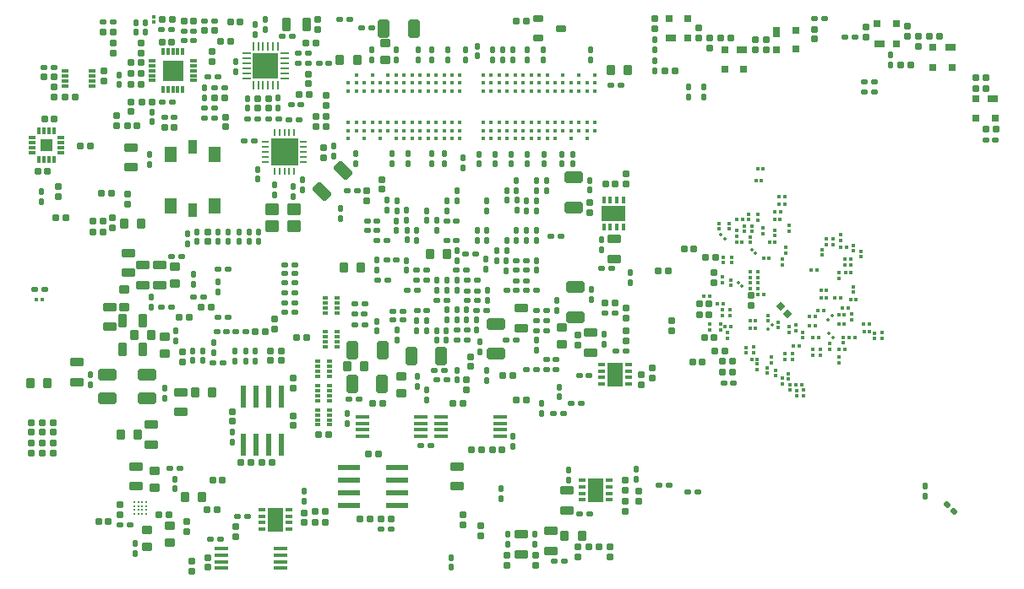
<source format=gbp>
G04 Layer_Color=128*
%FSLAX44Y44*%
%MOMM*%
G71*
G01*
G75*
G04:AMPARAMS|DCode=24|XSize=0.6mm|YSize=0.6mm|CornerRadius=0.06mm|HoleSize=0mm|Usage=FLASHONLY|Rotation=180.000|XOffset=0mm|YOffset=0mm|HoleType=Round|Shape=RoundedRectangle|*
%AMROUNDEDRECTD24*
21,1,0.6000,0.4800,0,0,180.0*
21,1,0.4800,0.6000,0,0,180.0*
1,1,0.1200,-0.2400,0.2400*
1,1,0.1200,0.2400,0.2400*
1,1,0.1200,0.2400,-0.2400*
1,1,0.1200,-0.2400,-0.2400*
%
%ADD24ROUNDEDRECTD24*%
G04:AMPARAMS|DCode=25|XSize=0.6mm|YSize=0.6mm|CornerRadius=0.06mm|HoleSize=0mm|Usage=FLASHONLY|Rotation=90.000|XOffset=0mm|YOffset=0mm|HoleType=Round|Shape=RoundedRectangle|*
%AMROUNDEDRECTD25*
21,1,0.6000,0.4800,0,0,90.0*
21,1,0.4800,0.6000,0,0,90.0*
1,1,0.1200,0.2400,0.2400*
1,1,0.1200,0.2400,-0.2400*
1,1,0.1200,-0.2400,-0.2400*
1,1,0.1200,-0.2400,0.2400*
%
%ADD25ROUNDEDRECTD25*%
G04:AMPARAMS|DCode=26|XSize=0.5mm|YSize=0.6mm|CornerRadius=0.05mm|HoleSize=0mm|Usage=FLASHONLY|Rotation=0.000|XOffset=0mm|YOffset=0mm|HoleType=Round|Shape=RoundedRectangle|*
%AMROUNDEDRECTD26*
21,1,0.5000,0.5000,0,0,0.0*
21,1,0.4000,0.6000,0,0,0.0*
1,1,0.1000,0.2000,-0.2500*
1,1,0.1000,-0.2000,-0.2500*
1,1,0.1000,-0.2000,0.2500*
1,1,0.1000,0.2000,0.2500*
%
%ADD26ROUNDEDRECTD26*%
%ADD27R,2.3500X1.6000*%
%ADD28R,0.3000X0.7000*%
G04:AMPARAMS|DCode=29|XSize=0.5mm|YSize=0.6mm|CornerRadius=0.05mm|HoleSize=0mm|Usage=FLASHONLY|Rotation=90.000|XOffset=0mm|YOffset=0mm|HoleType=Round|Shape=RoundedRectangle|*
%AMROUNDEDRECTD29*
21,1,0.5000,0.5000,0,0,90.0*
21,1,0.4000,0.6000,0,0,90.0*
1,1,0.1000,0.2500,0.2000*
1,1,0.1000,0.2500,-0.2000*
1,1,0.1000,-0.2500,-0.2000*
1,1,0.1000,-0.2500,0.2000*
%
%ADD29ROUNDEDRECTD29*%
G04:AMPARAMS|DCode=30|XSize=1mm|YSize=0.9mm|CornerRadius=0.1125mm|HoleSize=0mm|Usage=FLASHONLY|Rotation=0.000|XOffset=0mm|YOffset=0mm|HoleType=Round|Shape=RoundedRectangle|*
%AMROUNDEDRECTD30*
21,1,1.0000,0.6750,0,0,0.0*
21,1,0.7750,0.9000,0,0,0.0*
1,1,0.2250,0.3875,-0.3375*
1,1,0.2250,-0.3875,-0.3375*
1,1,0.2250,-0.3875,0.3375*
1,1,0.2250,0.3875,0.3375*
%
%ADD30ROUNDEDRECTD30*%
G04:AMPARAMS|DCode=31|XSize=1.3mm|YSize=0.8mm|CornerRadius=0.1mm|HoleSize=0mm|Usage=FLASHONLY|Rotation=0.000|XOffset=0mm|YOffset=0mm|HoleType=Round|Shape=RoundedRectangle|*
%AMROUNDEDRECTD31*
21,1,1.3000,0.6000,0,0,0.0*
21,1,1.1000,0.8000,0,0,0.0*
1,1,0.2000,0.5500,-0.3000*
1,1,0.2000,-0.5500,-0.3000*
1,1,0.2000,-0.5500,0.3000*
1,1,0.2000,0.5500,0.3000*
%
%ADD31ROUNDEDRECTD31*%
G04:AMPARAMS|DCode=33|XSize=1mm|YSize=0.9mm|CornerRadius=0.1125mm|HoleSize=0mm|Usage=FLASHONLY|Rotation=90.000|XOffset=0mm|YOffset=0mm|HoleType=Round|Shape=RoundedRectangle|*
%AMROUNDEDRECTD33*
21,1,1.0000,0.6750,0,0,90.0*
21,1,0.7750,0.9000,0,0,90.0*
1,1,0.2250,0.3375,0.3875*
1,1,0.2250,0.3375,-0.3875*
1,1,0.2250,-0.3375,-0.3875*
1,1,0.2250,-0.3375,0.3875*
%
%ADD33ROUNDEDRECTD33*%
G04:AMPARAMS|DCode=49|XSize=1.8mm|YSize=1.15mm|CornerRadius=0.1437mm|HoleSize=0mm|Usage=FLASHONLY|Rotation=0.000|XOffset=0mm|YOffset=0mm|HoleType=Round|Shape=RoundedRectangle|*
%AMROUNDEDRECTD49*
21,1,1.8000,0.8625,0,0,0.0*
21,1,1.5125,1.1500,0,0,0.0*
1,1,0.2875,0.7562,-0.4313*
1,1,0.2875,-0.7562,-0.4313*
1,1,0.2875,-0.7562,0.4313*
1,1,0.2875,0.7562,0.4313*
%
%ADD49ROUNDEDRECTD49*%
G04:AMPARAMS|DCode=50|XSize=1.8mm|YSize=1.15mm|CornerRadius=0.1437mm|HoleSize=0mm|Usage=FLASHONLY|Rotation=90.000|XOffset=0mm|YOffset=0mm|HoleType=Round|Shape=RoundedRectangle|*
%AMROUNDEDRECTD50*
21,1,1.8000,0.8625,0,0,90.0*
21,1,1.5125,1.1500,0,0,90.0*
1,1,0.2875,0.4313,0.7562*
1,1,0.2875,0.4313,-0.7562*
1,1,0.2875,-0.4313,-0.7562*
1,1,0.2875,-0.4313,0.7562*
%
%ADD50ROUNDEDRECTD50*%
G04:AMPARAMS|DCode=51|XSize=1.3mm|YSize=0.8mm|CornerRadius=0.1mm|HoleSize=0mm|Usage=FLASHONLY|Rotation=90.000|XOffset=0mm|YOffset=0mm|HoleType=Round|Shape=RoundedRectangle|*
%AMROUNDEDRECTD51*
21,1,1.3000,0.6000,0,0,90.0*
21,1,1.1000,0.8000,0,0,90.0*
1,1,0.2000,0.3000,0.5500*
1,1,0.2000,0.3000,-0.5500*
1,1,0.2000,-0.3000,-0.5500*
1,1,0.2000,-0.3000,0.5500*
%
%ADD51ROUNDEDRECTD51*%
%ADD62R,0.6000X0.3500*%
%ADD63R,0.6000X0.3000*%
G04:AMPARAMS|DCode=68|XSize=0.6mm|YSize=0.6mm|CornerRadius=0.06mm|HoleSize=0mm|Usage=FLASHONLY|Rotation=225.000|XOffset=0mm|YOffset=0mm|HoleType=Round|Shape=RoundedRectangle|*
%AMROUNDEDRECTD68*
21,1,0.6000,0.4800,0,0,225.0*
21,1,0.4800,0.6000,0,0,225.0*
1,1,0.1200,-0.3394,0.0000*
1,1,0.1200,0.0000,0.3394*
1,1,0.1200,0.3394,0.0000*
1,1,0.1200,0.0000,-0.3394*
%
%ADD68ROUNDEDRECTD68*%
G04:AMPARAMS|DCode=69|XSize=0.5mm|YSize=0.6mm|CornerRadius=0.05mm|HoleSize=0mm|Usage=FLASHONLY|Rotation=225.000|XOffset=0mm|YOffset=0mm|HoleType=Round|Shape=RoundedRectangle|*
%AMROUNDEDRECTD69*
21,1,0.5000,0.5000,0,0,225.0*
21,1,0.4000,0.6000,0,0,225.0*
1,1,0.1000,-0.3182,0.0354*
1,1,0.1000,-0.0354,0.3182*
1,1,0.1000,0.3182,-0.0354*
1,1,0.1000,0.0354,-0.3182*
%
%ADD69ROUNDEDRECTD69*%
%ADD88R,1.6000X2.3500*%
%ADD89R,0.7000X0.3000*%
%ADD95R,0.3000X0.3500*%
%ADD131C,0.2000*%
%ADD137R,0.3500X0.3000*%
G04:AMPARAMS|DCode=138|XSize=1.8mm|YSize=1.15mm|CornerRadius=0.1437mm|HoleSize=0mm|Usage=FLASHONLY|Rotation=315.000|XOffset=0mm|YOffset=0mm|HoleType=Round|Shape=RoundedRectangle|*
%AMROUNDEDRECTD138*
21,1,1.8000,0.8625,0,0,315.0*
21,1,1.5125,1.1500,0,0,315.0*
1,1,0.2875,0.2298,-0.8397*
1,1,0.2875,-0.8397,0.2298*
1,1,0.2875,-0.2298,0.8397*
1,1,0.2875,0.8397,-0.2298*
%
%ADD138ROUNDEDRECTD138*%
%ADD139R,2.1000X2.1000*%
%ADD140R,1.2000X1.5000*%
%ADD141R,0.9000X1.4000*%
G04:AMPARAMS|DCode=142|XSize=0.3mm|YSize=0.35mm|CornerRadius=0mm|HoleSize=0mm|Usage=FLASHONLY|Rotation=135.000|XOffset=0mm|YOffset=0mm|HoleType=Round|Shape=Rectangle|*
%AMROTATEDRECTD142*
4,1,4,0.2298,0.0177,-0.0177,-0.2298,-0.2298,-0.0177,0.0177,0.2298,0.2298,0.0177,0.0*
%
%ADD142ROTATEDRECTD142*%

G04:AMPARAMS|DCode=143|XSize=0.3mm|YSize=0.35mm|CornerRadius=0mm|HoleSize=0mm|Usage=FLASHONLY|Rotation=225.000|XOffset=0mm|YOffset=0mm|HoleType=Round|Shape=Rectangle|*
%AMROTATEDRECTD143*
4,1,4,-0.0177,0.2298,0.2298,-0.0177,0.0177,-0.2298,-0.2298,0.0177,-0.0177,0.2298,0.0*
%
%ADD143ROTATEDRECTD143*%

%ADD144R,1.4000X0.4500*%
G04:AMPARAMS|DCode=145|XSize=1.4mm|YSize=1.2mm|CornerRadius=0.15mm|HoleSize=0mm|Usage=FLASHONLY|Rotation=0.000|XOffset=0mm|YOffset=0mm|HoleType=Round|Shape=RoundedRectangle|*
%AMROUNDEDRECTD145*
21,1,1.4000,0.9000,0,0,0.0*
21,1,1.1000,1.2000,0,0,0.0*
1,1,0.3000,0.5500,-0.4500*
1,1,0.3000,-0.5500,-0.4500*
1,1,0.3000,-0.5500,0.4500*
1,1,0.3000,0.5500,0.4500*
%
%ADD145ROUNDEDRECTD145*%
%ADD146R,2.6000X2.6000*%
%ADD147O,0.9000X0.2500*%
%ADD148O,0.2500X0.9000*%
%ADD149R,0.5500X2.2000*%
%ADD150R,2.2000X0.5500*%
G04:AMPARAMS|DCode=151|XSize=1.8mm|YSize=1.2mm|CornerRadius=0.15mm|HoleSize=0mm|Usage=FLASHONLY|Rotation=180.000|XOffset=0mm|YOffset=0mm|HoleType=Round|Shape=RoundedRectangle|*
%AMROUNDEDRECTD151*
21,1,1.8000,0.9000,0,0,180.0*
21,1,1.5000,1.2000,0,0,180.0*
1,1,0.3000,-0.7500,0.4500*
1,1,0.3000,0.7500,0.4500*
1,1,0.3000,0.7500,-0.4500*
1,1,0.3000,-0.7500,-0.4500*
%
%ADD151ROUNDEDRECTD151*%
%ADD152C,0.4500*%
%ADD153R,1.2500X1.2500*%
%ADD154R,0.3000X0.8000*%
%ADD155R,0.8000X0.3000*%
%ADD156R,2.7000X2.7000*%
%ADD157R,0.8000X0.2500*%
%ADD158R,0.2500X0.8000*%
G04:AMPARAMS|DCode=159|XSize=0.6mm|YSize=1mm|CornerRadius=0.075mm|HoleSize=0mm|Usage=FLASHONLY|Rotation=90.000|XOffset=0mm|YOffset=0mm|HoleType=Round|Shape=RoundedRectangle|*
%AMROUNDEDRECTD159*
21,1,0.6000,0.8500,0,0,90.0*
21,1,0.4500,1.0000,0,0,90.0*
1,1,0.1500,0.4250,0.2250*
1,1,0.1500,0.4250,-0.2250*
1,1,0.1500,-0.4250,-0.2250*
1,1,0.1500,-0.4250,0.2250*
%
%ADD159ROUNDEDRECTD159*%
%ADD160R,1.0000X0.7000*%
%ADD161R,0.7000X0.7000*%
%ADD162R,0.7000X1.0000*%
%ADD163R,0.7000X0.7000*%
D24*
X344500Y395500D02*
D03*
Y405500D02*
D03*
X359750Y416750D02*
D03*
Y406750D02*
D03*
X97250Y80500D02*
D03*
Y90500D02*
D03*
X458500Y59000D02*
D03*
Y69000D02*
D03*
X619250Y210750D02*
D03*
Y220750D02*
D03*
X567750Y383250D02*
D03*
X567750Y393250D02*
D03*
X304000Y480000D02*
D03*
Y470000D02*
D03*
X555750Y250250D02*
D03*
Y260250D02*
D03*
X184750Y27500D02*
D03*
Y37500D02*
D03*
X169000Y23750D02*
D03*
Y33750D02*
D03*
X604250Y288000D02*
D03*
Y278000D02*
D03*
X164000Y73750D02*
D03*
Y63750D02*
D03*
X293500Y470000D02*
D03*
Y480000D02*
D03*
X80750Y515250D02*
D03*
Y525250D02*
D03*
X93250Y471000D02*
D03*
Y481000D02*
D03*
X107750Y484750D02*
D03*
Y494750D02*
D03*
X104250Y391750D02*
D03*
Y401750D02*
D03*
X235000Y498125D02*
D03*
Y488125D02*
D03*
X246000Y498125D02*
D03*
Y488125D02*
D03*
X285500Y522625D02*
D03*
Y512625D02*
D03*
X31000Y509250D02*
D03*
Y499250D02*
D03*
X729510Y300187D02*
D03*
Y290187D02*
D03*
X692250Y313000D02*
D03*
Y323000D02*
D03*
X300750Y448500D02*
D03*
Y438500D02*
D03*
X29750Y163000D02*
D03*
Y173000D02*
D03*
X8250Y163000D02*
D03*
Y173000D02*
D03*
X19000Y163000D02*
D03*
Y173000D02*
D03*
X19000Y152500D02*
D03*
Y142500D02*
D03*
X8250Y152500D02*
D03*
X8250Y142500D02*
D03*
X29750Y152500D02*
D03*
Y142500D02*
D03*
X485000Y39750D02*
D03*
X485000Y29750D02*
D03*
X513500Y39750D02*
D03*
Y29750D02*
D03*
X281610Y82360D02*
D03*
Y72360D02*
D03*
X604500Y412500D02*
D03*
Y422500D02*
D03*
X587750Y48250D02*
D03*
Y38250D02*
D03*
X630250Y227500D02*
D03*
Y217500D02*
D03*
X616650Y93640D02*
D03*
X616650Y103640D02*
D03*
X556000Y38250D02*
D03*
Y48250D02*
D03*
X603650Y93640D02*
D03*
Y83640D02*
D03*
Y104640D02*
D03*
Y114640D02*
D03*
X604000Y264500D02*
D03*
Y254500D02*
D03*
X440750Y80250D02*
D03*
Y70250D02*
D03*
X444500Y205500D02*
D03*
Y215500D02*
D03*
X448000Y239000D02*
D03*
Y229000D02*
D03*
X159500Y243500D02*
D03*
Y233500D02*
D03*
X247750Y245000D02*
D03*
Y235000D02*
D03*
X258500Y245000D02*
D03*
Y235000D02*
D03*
X252250Y276750D02*
D03*
Y266750D02*
D03*
X184750Y354250D02*
D03*
Y364250D02*
D03*
X209750Y184000D02*
D03*
Y174000D02*
D03*
X270750Y179750D02*
D03*
Y169750D02*
D03*
X189250Y545000D02*
D03*
Y535000D02*
D03*
X202605Y469429D02*
D03*
Y479429D02*
D03*
X89750Y378250D02*
D03*
Y368250D02*
D03*
X295250Y577000D02*
D03*
Y567000D02*
D03*
X90250Y543750D02*
D03*
Y553750D02*
D03*
X117750Y543500D02*
D03*
Y553500D02*
D03*
X35250Y399750D02*
D03*
Y409750D02*
D03*
X649750Y275250D02*
D03*
Y265250D02*
D03*
X213000Y58250D02*
D03*
Y68250D02*
D03*
X270250Y217250D02*
D03*
Y207250D02*
D03*
X793250Y567500D02*
D03*
Y557500D02*
D03*
X632750Y577750D02*
D03*
Y567750D02*
D03*
X744448Y557125D02*
D03*
Y547125D02*
D03*
X688250Y548500D02*
D03*
Y558500D02*
D03*
X677250D02*
D03*
Y568500D02*
D03*
X733448Y547125D02*
D03*
Y557125D02*
D03*
X897000Y550500D02*
D03*
Y560500D02*
D03*
X886000D02*
D03*
Y570500D02*
D03*
X844250Y569750D02*
D03*
Y559750D02*
D03*
X304000Y501000D02*
D03*
Y491000D02*
D03*
D25*
X85500Y73500D02*
D03*
X75500D02*
D03*
X184250Y85750D02*
D03*
X194250D02*
D03*
X42500Y378500D02*
D03*
X32500D02*
D03*
X480500Y220000D02*
D03*
X490500D02*
D03*
X504500Y195500D02*
D03*
X494500D02*
D03*
X360250Y192000D02*
D03*
X350250D02*
D03*
X703000Y245000D02*
D03*
X693000D02*
D03*
X711000Y223000D02*
D03*
X701000D02*
D03*
X711000Y234000D02*
D03*
X701000D02*
D03*
X680750Y233500D02*
D03*
X670750D02*
D03*
X593250Y293250D02*
D03*
X583250D02*
D03*
X504000Y575500D02*
D03*
X494000D02*
D03*
X117750Y511750D02*
D03*
X107750D02*
D03*
X117750Y522750D02*
D03*
X107750D02*
D03*
X117750Y533750D02*
D03*
X107750D02*
D03*
X201750Y498500D02*
D03*
X191750D02*
D03*
X52000Y499250D02*
D03*
X42000D02*
D03*
X31000Y519750D02*
D03*
X21000D02*
D03*
X139750Y577250D02*
D03*
X149750D02*
D03*
X171000Y575500D02*
D03*
X161000D02*
D03*
X181500Y566000D02*
D03*
X191500D02*
D03*
X139000Y554250D02*
D03*
X149000D02*
D03*
X129250Y494250D02*
D03*
X119250D02*
D03*
X114250Y471000D02*
D03*
X104250D02*
D03*
X141500Y469000D02*
D03*
X151500D02*
D03*
X286750Y501750D02*
D03*
X276750D02*
D03*
X687510Y291687D02*
D03*
X677510D02*
D03*
X693510Y338687D02*
D03*
X683510D02*
D03*
X146125Y80125D02*
D03*
X136125D02*
D03*
X80000Y364000D02*
D03*
X70000D02*
D03*
X80000Y375000D02*
D03*
X70000D02*
D03*
X292610Y83360D02*
D03*
X302610Y83360D02*
D03*
X567000Y48250D02*
D03*
X577000D02*
D03*
X199750Y114750D02*
D03*
X189750D02*
D03*
X302610Y72360D02*
D03*
X292610D02*
D03*
X430750Y191750D02*
D03*
X440750D02*
D03*
X470000Y145250D02*
D03*
X480000D02*
D03*
X449000D02*
D03*
X459000D02*
D03*
X692500Y257750D02*
D03*
X682500D02*
D03*
X306250Y160500D02*
D03*
X296250D02*
D03*
X166464Y278750D02*
D03*
X156465D02*
D03*
X232500Y264250D02*
D03*
X242500D02*
D03*
X283750Y257750D02*
D03*
X273750D02*
D03*
X178500Y288750D02*
D03*
X188500D02*
D03*
X249000Y132750D02*
D03*
X239000D02*
D03*
X228000D02*
D03*
X218000D02*
D03*
X337500Y76500D02*
D03*
X347500D02*
D03*
X368500D02*
D03*
X358500D02*
D03*
X345750Y141000D02*
D03*
X355750D02*
D03*
X67000Y450000D02*
D03*
X57000D02*
D03*
X198000Y555500D02*
D03*
X208000D02*
D03*
X217500Y574500D02*
D03*
X207500D02*
D03*
X14500Y425000D02*
D03*
X24500D02*
D03*
X80250Y564750D02*
D03*
X90250D02*
D03*
X283500Y553750D02*
D03*
X293500D02*
D03*
X78750Y403250D02*
D03*
X88750D02*
D03*
X21250Y477000D02*
D03*
X31250D02*
D03*
X687500Y280750D02*
D03*
X677500D02*
D03*
X672250Y346750D02*
D03*
X662250D02*
D03*
X646750Y324750D02*
D03*
X636750D02*
D03*
X583500Y412500D02*
D03*
X593500Y412500D02*
D03*
X643250Y526000D02*
D03*
X653250D02*
D03*
X699250Y558500D02*
D03*
X709250D02*
D03*
X964750Y508250D02*
D03*
X954750D02*
D03*
X879250Y531500D02*
D03*
X889250D02*
D03*
X954750Y519250D02*
D03*
X964750D02*
D03*
X908000Y560500D02*
D03*
X918000D02*
D03*
X964625Y467198D02*
D03*
X974625D02*
D03*
D26*
X519750Y192250D02*
D03*
Y182250D02*
D03*
X868750Y541500D02*
D03*
Y531500D02*
D03*
X632750Y536000D02*
D03*
Y526000D02*
D03*
Y547000D02*
D03*
Y557000D02*
D03*
X579750Y356250D02*
D03*
Y346250D02*
D03*
X608750Y313250D02*
D03*
Y323250D02*
D03*
X479000Y96500D02*
D03*
Y106500D02*
D03*
X318250Y387250D02*
D03*
Y377250D02*
D03*
X384000Y325500D02*
D03*
Y335500D02*
D03*
X385750Y442500D02*
D03*
Y432500D02*
D03*
X152250Y106250D02*
D03*
Y116250D02*
D03*
X112250Y41250D02*
D03*
Y51250D02*
D03*
X484500Y395750D02*
D03*
Y405750D02*
D03*
X354500Y335750D02*
D03*
Y325750D02*
D03*
X404500Y195750D02*
D03*
Y205750D02*
D03*
X534750Y295250D02*
D03*
Y285250D02*
D03*
X569500Y296250D02*
D03*
Y306250D02*
D03*
X181250Y509000D02*
D03*
Y499000D02*
D03*
X96250Y511750D02*
D03*
Y521750D02*
D03*
X122750Y574250D02*
D03*
Y564250D02*
D03*
X129250Y484500D02*
D03*
Y474500D02*
D03*
X242500Y567000D02*
D03*
Y577000D02*
D03*
X232500Y562000D02*
D03*
Y572000D02*
D03*
X224750Y498125D02*
D03*
Y488125D02*
D03*
X255500Y498250D02*
D03*
Y488250D02*
D03*
X112750Y574250D02*
D03*
Y564250D02*
D03*
X251750Y401000D02*
D03*
Y411000D02*
D03*
X270250Y399750D02*
D03*
Y409750D02*
D03*
X280250Y406500D02*
D03*
Y416500D02*
D03*
X512750Y61000D02*
D03*
Y51000D02*
D03*
X485250D02*
D03*
Y61000D02*
D03*
X567750Y416000D02*
D03*
Y406000D02*
D03*
X282000Y104250D02*
D03*
X282000Y94250D02*
D03*
X546650Y115140D02*
D03*
Y125140D02*
D03*
X213000Y525000D02*
D03*
Y535000D02*
D03*
X614150Y116140D02*
D03*
Y126140D02*
D03*
X582500Y261750D02*
D03*
Y251750D02*
D03*
X473000Y432250D02*
D03*
Y442250D02*
D03*
X489000Y432250D02*
D03*
Y442250D02*
D03*
X505000Y432250D02*
D03*
Y442250D02*
D03*
X539500Y432250D02*
D03*
Y442250D02*
D03*
X521000Y536750D02*
D03*
Y546750D02*
D03*
X428750Y27500D02*
D03*
Y37500D02*
D03*
X490500Y159000D02*
D03*
Y149000D02*
D03*
X142000Y207000D02*
D03*
Y197000D02*
D03*
X67000Y211000D02*
D03*
Y221000D02*
D03*
X209750Y163000D02*
D03*
Y153000D02*
D03*
X170500Y311500D02*
D03*
Y321500D02*
D03*
X153250Y264500D02*
D03*
Y254500D02*
D03*
X128104Y298354D02*
D03*
Y288354D02*
D03*
X216750Y354250D02*
D03*
Y364250D02*
D03*
X212500Y234750D02*
D03*
Y244750D02*
D03*
X180000Y235000D02*
D03*
Y245000D02*
D03*
X170000D02*
D03*
Y235000D02*
D03*
X174250Y364250D02*
D03*
Y354250D02*
D03*
X195250Y354250D02*
D03*
Y364250D02*
D03*
X226250Y354250D02*
D03*
Y364250D02*
D03*
X222750Y244750D02*
D03*
Y234750D02*
D03*
X195500Y314000D02*
D03*
Y304000D02*
D03*
X191250Y253250D02*
D03*
Y243250D02*
D03*
X205250Y364250D02*
D03*
Y354250D02*
D03*
X236250Y364250D02*
D03*
Y354250D02*
D03*
X232750Y234750D02*
D03*
Y244750D02*
D03*
X164500Y362250D02*
D03*
Y352250D02*
D03*
X374250Y536750D02*
D03*
Y546750D02*
D03*
X349500Y536500D02*
D03*
Y546500D02*
D03*
X421750Y442750D02*
D03*
Y432750D02*
D03*
X456750Y442250D02*
D03*
Y432250D02*
D03*
X455000Y540500D02*
D03*
Y550500D02*
D03*
X333500Y442750D02*
D03*
Y432750D02*
D03*
X409750Y442750D02*
D03*
Y432750D02*
D03*
X569000Y536750D02*
D03*
Y546750D02*
D03*
X480750Y536500D02*
D03*
Y546500D02*
D03*
X311500Y450500D02*
D03*
Y440500D02*
D03*
X522000Y442250D02*
D03*
Y432250D02*
D03*
X550500Y442250D02*
D03*
Y432250D02*
D03*
X396250Y536750D02*
D03*
Y546750D02*
D03*
X443000Y537000D02*
D03*
Y547000D02*
D03*
X425500Y536750D02*
D03*
Y546750D02*
D03*
X409750Y536750D02*
D03*
Y546750D02*
D03*
X505000Y536750D02*
D03*
Y546750D02*
D03*
X491000Y536500D02*
D03*
Y546500D02*
D03*
X470000Y536500D02*
D03*
Y546500D02*
D03*
X440750Y438250D02*
D03*
Y428250D02*
D03*
X369500Y432750D02*
D03*
Y442750D02*
D03*
X235000Y427000D02*
D03*
Y417000D02*
D03*
X127000Y432000D02*
D03*
Y442000D02*
D03*
X18000Y404500D02*
D03*
Y394500D02*
D03*
X504500Y355250D02*
D03*
Y365250D02*
D03*
X394250Y365500D02*
D03*
Y355500D02*
D03*
X524500Y405750D02*
D03*
Y415750D02*
D03*
X464500Y365250D02*
D03*
Y355250D02*
D03*
X435000Y395500D02*
D03*
Y405500D02*
D03*
X464500Y385500D02*
D03*
Y395500D02*
D03*
X484250Y335250D02*
D03*
Y325250D02*
D03*
X374250Y365250D02*
D03*
Y375250D02*
D03*
X474250Y335500D02*
D03*
Y345500D02*
D03*
X384250Y375750D02*
D03*
Y385750D02*
D03*
X374750Y255500D02*
D03*
Y265500D02*
D03*
X494500Y355250D02*
D03*
Y365250D02*
D03*
X514500Y245500D02*
D03*
Y255500D02*
D03*
X464000Y326750D02*
D03*
Y336750D02*
D03*
X424500Y315750D02*
D03*
Y305750D02*
D03*
X414750Y315500D02*
D03*
Y305500D02*
D03*
X434500Y335500D02*
D03*
Y345500D02*
D03*
X458000Y253500D02*
D03*
Y243500D02*
D03*
X434500Y315500D02*
D03*
Y305500D02*
D03*
X465000Y305500D02*
D03*
Y295500D02*
D03*
X444500Y275750D02*
D03*
Y285750D02*
D03*
X454500Y275500D02*
D03*
Y265500D02*
D03*
X394250Y275250D02*
D03*
Y265250D02*
D03*
X404500Y275000D02*
D03*
Y265000D02*
D03*
X414250Y265250D02*
D03*
Y255250D02*
D03*
X424500Y275750D02*
D03*
Y285750D02*
D03*
X434500Y275750D02*
D03*
Y285750D02*
D03*
X424000Y255250D02*
D03*
Y265250D02*
D03*
X484500Y345750D02*
D03*
Y355750D02*
D03*
X324500Y181750D02*
D03*
Y171750D02*
D03*
X354750Y264500D02*
D03*
Y274500D02*
D03*
X464500Y225250D02*
D03*
Y215250D02*
D03*
X434500Y225500D02*
D03*
Y215500D02*
D03*
X395250Y219000D02*
D03*
Y209000D02*
D03*
X537500Y198500D02*
D03*
Y208500D02*
D03*
X494500Y405750D02*
D03*
Y415750D02*
D03*
X494750Y385750D02*
D03*
Y395750D02*
D03*
X404500Y385500D02*
D03*
Y375500D02*
D03*
X374500Y385500D02*
D03*
Y395500D02*
D03*
X514250Y385250D02*
D03*
Y395250D02*
D03*
X424500Y385250D02*
D03*
Y395250D02*
D03*
X364250Y395750D02*
D03*
Y385750D02*
D03*
X384500Y366000D02*
D03*
Y356000D02*
D03*
X414500Y375500D02*
D03*
Y365500D02*
D03*
X514250Y355750D02*
D03*
Y365750D02*
D03*
X504500Y385250D02*
D03*
Y395250D02*
D03*
X514500Y405750D02*
D03*
Y415750D02*
D03*
X454750Y365750D02*
D03*
Y355750D02*
D03*
X904000Y108750D02*
D03*
Y98750D02*
D03*
X666750Y499250D02*
D03*
Y509250D02*
D03*
X682000Y499250D02*
D03*
Y509250D02*
D03*
X514750Y335500D02*
D03*
Y325500D02*
D03*
D27*
X591500Y382750D02*
D03*
D28*
X581750Y369000D02*
D03*
X588250D02*
D03*
X594750D02*
D03*
X601250D02*
D03*
Y396500D02*
D03*
X594750D02*
D03*
X588250D02*
D03*
X581750D02*
D03*
X160000Y545000D02*
D03*
X155000D02*
D03*
X150000D02*
D03*
X145000D02*
D03*
X140000D02*
D03*
Y507000D02*
D03*
X145000D02*
D03*
X150000D02*
D03*
X155000D02*
D03*
X160000D02*
D03*
D29*
X974551Y456605D02*
D03*
X964552D02*
D03*
X803250Y578000D02*
D03*
X793250D02*
D03*
X823250Y559750D02*
D03*
X833250D02*
D03*
X594000Y244750D02*
D03*
X604000D02*
D03*
X589500Y327250D02*
D03*
X579500D02*
D03*
X339000Y568750D02*
D03*
X349000D02*
D03*
X559500Y192000D02*
D03*
X549500D02*
D03*
X374250Y335750D02*
D03*
X364250D02*
D03*
X542250Y34000D02*
D03*
X532250D02*
D03*
X106750Y70500D02*
D03*
X96750D02*
D03*
X494250Y335250D02*
D03*
X504250D02*
D03*
X354250Y355250D02*
D03*
X364250D02*
D03*
X404750Y285500D02*
D03*
X394750D02*
D03*
X411750Y225500D02*
D03*
X421750D02*
D03*
X514500Y275250D02*
D03*
X524500D02*
D03*
X214500Y78750D02*
D03*
X224500D02*
D03*
X185000Y519500D02*
D03*
X195000D02*
D03*
X191750Y488500D02*
D03*
X181750D02*
D03*
X191750Y478500D02*
D03*
X181750D02*
D03*
X191750Y509000D02*
D03*
X201750D02*
D03*
X31000Y529000D02*
D03*
X21000D02*
D03*
X80250Y575000D02*
D03*
X90250D02*
D03*
X181750Y575750D02*
D03*
X191750D02*
D03*
X161000Y565750D02*
D03*
X171000D02*
D03*
X138250Y566750D02*
D03*
X148250D02*
D03*
X161000Y555750D02*
D03*
X171000D02*
D03*
X259500Y560000D02*
D03*
X269500D02*
D03*
X149750Y494250D02*
D03*
X139750D02*
D03*
X141500Y479500D02*
D03*
X151500D02*
D03*
X235000Y477750D02*
D03*
X225000D02*
D03*
X246000D02*
D03*
X256000D02*
D03*
X275500Y543125D02*
D03*
X285500D02*
D03*
X306500Y533125D02*
D03*
X296500D02*
D03*
X285500D02*
D03*
X275500D02*
D03*
X266500Y476250D02*
D03*
X276500D02*
D03*
X187750Y55500D02*
D03*
X197750D02*
D03*
X368500Y66000D02*
D03*
X358500D02*
D03*
X583250Y282750D02*
D03*
X593250D02*
D03*
X557900Y81390D02*
D03*
X567900D02*
D03*
X567250Y220000D02*
D03*
X557250D02*
D03*
X147000Y126750D02*
D03*
X157000D02*
D03*
X11250Y306250D02*
D03*
X21250D02*
D03*
X712002Y212507D02*
D03*
X702002Y212507D02*
D03*
X408750Y149750D02*
D03*
X398750D02*
D03*
X180500Y299000D02*
D03*
X170500D02*
D03*
X148750Y288500D02*
D03*
X138750D02*
D03*
X213250Y264250D02*
D03*
X223250D02*
D03*
X262000Y331250D02*
D03*
X272000D02*
D03*
X194000Y264250D02*
D03*
X204000D02*
D03*
X272000Y322500D02*
D03*
X262000D02*
D03*
X190000Y232750D02*
D03*
X200000D02*
D03*
X262000Y313250D02*
D03*
X272000D02*
D03*
X262000Y283250D02*
D03*
X272000D02*
D03*
X158500Y339500D02*
D03*
X148500D02*
D03*
X272000Y303250D02*
D03*
X262000D02*
D03*
X272000Y293250D02*
D03*
X262000D02*
D03*
X205000Y327000D02*
D03*
X195000D02*
D03*
X205000Y278750D02*
D03*
X195000D02*
D03*
X268500Y491500D02*
D03*
X278500D02*
D03*
X588750Y511500D02*
D03*
X598750D02*
D03*
X231750Y455750D02*
D03*
X221750D02*
D03*
X444250Y325500D02*
D03*
X434250D02*
D03*
X504500Y315250D02*
D03*
X494500D02*
D03*
X528750Y359750D02*
D03*
X538750D02*
D03*
X334500Y405500D02*
D03*
X324500D02*
D03*
X365000Y315500D02*
D03*
X355000D02*
D03*
X524250Y225750D02*
D03*
X534250D02*
D03*
X524250Y235750D02*
D03*
X534250D02*
D03*
X514500Y265250D02*
D03*
X524500D02*
D03*
X514500Y285250D02*
D03*
X524500D02*
D03*
X494000Y255500D02*
D03*
X484000D02*
D03*
X453500Y342000D02*
D03*
X443500D02*
D03*
X404250Y315500D02*
D03*
X394250D02*
D03*
X404250Y325500D02*
D03*
X394250D02*
D03*
X455000Y315500D02*
D03*
X445000D02*
D03*
X454750Y305000D02*
D03*
X444750D02*
D03*
X414500Y295750D02*
D03*
X424500D02*
D03*
X454750Y295500D02*
D03*
X444750D02*
D03*
X454500Y285500D02*
D03*
X464500D02*
D03*
X380500Y284750D02*
D03*
X370500D02*
D03*
X380500Y276000D02*
D03*
X370500D02*
D03*
X445000Y265500D02*
D03*
X435000D02*
D03*
X444750Y255250D02*
D03*
X434750D02*
D03*
X394750Y305250D02*
D03*
X384750D02*
D03*
X342000Y281750D02*
D03*
X332000D02*
D03*
X531250Y181750D02*
D03*
X541250D02*
D03*
X414250Y215500D02*
D03*
X424250D02*
D03*
X342500Y270500D02*
D03*
X332500D02*
D03*
X342750Y292250D02*
D03*
X332750D02*
D03*
X504500Y225750D02*
D03*
X514500D02*
D03*
X336750Y196500D02*
D03*
X326750D02*
D03*
X354750Y365250D02*
D03*
X344750D02*
D03*
X354750Y375250D02*
D03*
X344750D02*
D03*
X424250D02*
D03*
X434250D02*
D03*
X494500Y305250D02*
D03*
X484500D02*
D03*
X504250Y305250D02*
D03*
X514250D02*
D03*
X494250Y325500D02*
D03*
X504250D02*
D03*
X434250Y355250D02*
D03*
X424250D02*
D03*
X317500Y577500D02*
D03*
X327500D02*
D03*
X666250Y103000D02*
D03*
X676250D02*
D03*
X647500Y109750D02*
D03*
X637500D02*
D03*
X853250Y514500D02*
D03*
X843250D02*
D03*
X853250Y504500D02*
D03*
X843250D02*
D03*
D30*
X539500Y268000D02*
D03*
Y251000D02*
D03*
X123750Y47750D02*
D03*
Y64750D02*
D03*
X131750Y124250D02*
D03*
X131750Y107250D02*
D03*
X146750Y52500D02*
D03*
Y69500D02*
D03*
X152250Y312250D02*
D03*
X152250Y329250D02*
D03*
X142000Y258750D02*
D03*
Y241750D02*
D03*
X101000Y306000D02*
D03*
X101000Y289000D02*
D03*
X362750Y536750D02*
D03*
Y553750D02*
D03*
X379250Y219250D02*
D03*
Y202250D02*
D03*
D31*
X592500Y337250D02*
D03*
Y357250D02*
D03*
X113500Y109000D02*
D03*
Y129000D02*
D03*
X529125Y44250D02*
D03*
Y64250D02*
D03*
X499000Y40750D02*
D03*
Y60750D02*
D03*
X544650Y84890D02*
D03*
Y104890D02*
D03*
X568500Y263000D02*
D03*
Y243000D02*
D03*
X119500Y330750D02*
D03*
X119500Y310750D02*
D03*
X136750Y330750D02*
D03*
Y310750D02*
D03*
X86750Y269000D02*
D03*
Y289000D02*
D03*
X105250Y343000D02*
D03*
Y323000D02*
D03*
X128500Y171000D02*
D03*
Y151000D02*
D03*
X157750Y203500D02*
D03*
Y183500D02*
D03*
X435000Y128750D02*
D03*
Y108750D02*
D03*
X499500Y267750D02*
D03*
Y287750D02*
D03*
X54000Y213500D02*
D03*
Y233500D02*
D03*
X108000Y448750D02*
D03*
Y428750D02*
D03*
D33*
X118500Y372750D02*
D03*
X101500D02*
D03*
X317500Y536750D02*
D03*
X334500D02*
D03*
X321000Y328500D02*
D03*
X338000D02*
D03*
X324500Y229250D02*
D03*
X341500D02*
D03*
X179500Y98500D02*
D03*
X162500D02*
D03*
X588500Y526500D02*
D03*
X605500D02*
D03*
X24250Y212125D02*
D03*
X7250Y212125D02*
D03*
X128000Y261000D02*
D03*
X111000D02*
D03*
X114500Y160750D02*
D03*
X97500D02*
D03*
X172250Y203250D02*
D03*
X189250D02*
D03*
X425000Y342250D02*
D03*
X408000D02*
D03*
X559750Y59250D02*
D03*
X542750D02*
D03*
D49*
X551750Y418750D02*
D03*
Y388750D02*
D03*
X553500Y308750D02*
D03*
Y278750D02*
D03*
X473750Y271750D02*
D03*
Y241750D02*
D03*
D50*
X391500Y568250D02*
D03*
X361500D02*
D03*
X419000Y239250D02*
D03*
X389000D02*
D03*
X329500Y211750D02*
D03*
X359500D02*
D03*
X360000Y245500D02*
D03*
X330000D02*
D03*
D51*
X99500Y246500D02*
D03*
X119500D02*
D03*
X99750Y275250D02*
D03*
X119750Y275250D02*
D03*
X263750Y572250D02*
D03*
X283750D02*
D03*
D62*
X295250Y170500D02*
D03*
Y185500D02*
D03*
X307250Y170500D02*
D03*
Y185500D02*
D03*
X295250Y219000D02*
D03*
Y234000D02*
D03*
X307250Y219000D02*
D03*
Y234000D02*
D03*
X295250Y194500D02*
D03*
X295250Y209500D02*
D03*
X307250Y194500D02*
D03*
Y209500D02*
D03*
X315000Y298000D02*
D03*
Y283000D02*
D03*
X303000Y298000D02*
D03*
Y283000D02*
D03*
X315000Y264000D02*
D03*
X315000Y249000D02*
D03*
X303000Y264000D02*
D03*
X303000Y249000D02*
D03*
D63*
X295250Y175500D02*
D03*
Y180500D02*
D03*
X307250Y175500D02*
D03*
Y180500D02*
D03*
X295250Y224000D02*
D03*
X295250Y229000D02*
D03*
X307250Y224000D02*
D03*
Y229000D02*
D03*
X295250Y199500D02*
D03*
X295250Y204500D02*
D03*
X307250Y199500D02*
D03*
Y204500D02*
D03*
X315000Y293000D02*
D03*
X315000Y288000D02*
D03*
X303000Y293000D02*
D03*
Y288000D02*
D03*
X315000Y259000D02*
D03*
X315000Y254000D02*
D03*
X303000Y259000D02*
D03*
X303000Y254000D02*
D03*
D68*
X766285Y282215D02*
D03*
X759214Y289286D02*
D03*
D69*
X925714Y90786D02*
D03*
X932785Y83715D02*
D03*
D88*
X252600Y75610D02*
D03*
X593250Y221250D02*
D03*
X573500Y105000D02*
D03*
D89*
X238850Y85360D02*
D03*
Y78860D02*
D03*
Y72360D02*
D03*
Y65860D02*
D03*
X266350D02*
D03*
Y72360D02*
D03*
Y78860D02*
D03*
Y85360D02*
D03*
X579500Y231000D02*
D03*
Y224500D02*
D03*
Y218000D02*
D03*
Y211500D02*
D03*
X607000D02*
D03*
Y218000D02*
D03*
Y224500D02*
D03*
Y231000D02*
D03*
X559750Y114750D02*
D03*
Y108250D02*
D03*
Y101750D02*
D03*
Y95250D02*
D03*
X587250D02*
D03*
Y101750D02*
D03*
Y108250D02*
D03*
Y114750D02*
D03*
X129500Y536000D02*
D03*
Y531000D02*
D03*
Y526000D02*
D03*
Y521000D02*
D03*
Y516000D02*
D03*
X170500D02*
D03*
Y521000D02*
D03*
Y526000D02*
D03*
Y531000D02*
D03*
Y536000D02*
D03*
X42000Y510250D02*
D03*
Y515250D02*
D03*
Y520250D02*
D03*
Y525250D02*
D03*
X69000Y510250D02*
D03*
Y515250D02*
D03*
Y520250D02*
D03*
Y525250D02*
D03*
D95*
X742060Y300937D02*
D03*
X736460D02*
D03*
X695710Y292187D02*
D03*
X701310D02*
D03*
X734060Y275437D02*
D03*
X728460D02*
D03*
Y267687D02*
D03*
X734060D02*
D03*
X703400Y269387D02*
D03*
X709000D02*
D03*
X730210Y236437D02*
D03*
X735810D02*
D03*
X682110Y299737D02*
D03*
X687710D02*
D03*
X747426Y337437D02*
D03*
X741826D02*
D03*
X747900Y354000D02*
D03*
X753500D02*
D03*
X714910Y353387D02*
D03*
X720510D02*
D03*
X715160Y376437D02*
D03*
X720760D02*
D03*
X758500Y376250D02*
D03*
X752900D02*
D03*
X753210Y384187D02*
D03*
X758810D02*
D03*
X757410Y392000D02*
D03*
X763010D02*
D03*
X757330Y399817D02*
D03*
X762930D02*
D03*
X741500Y427250D02*
D03*
X735900D02*
D03*
X823348Y246289D02*
D03*
X817748D02*
D03*
X777560Y249937D02*
D03*
X771960D02*
D03*
X796850Y258250D02*
D03*
X791250D02*
D03*
X788150Y270187D02*
D03*
X793750D02*
D03*
X788210Y278937D02*
D03*
X793810D02*
D03*
X833610Y258487D02*
D03*
X828010D02*
D03*
X842500Y264250D02*
D03*
X848100D02*
D03*
X822810Y271937D02*
D03*
X817210D02*
D03*
X796463Y285260D02*
D03*
X802063D02*
D03*
X848060Y271437D02*
D03*
X842460D02*
D03*
X822810Y280687D02*
D03*
X817210D02*
D03*
X820940Y288063D02*
D03*
X826540D02*
D03*
X834560Y296187D02*
D03*
X828960D02*
D03*
X813690Y297813D02*
D03*
X819290D02*
D03*
X799500Y305250D02*
D03*
X805100D02*
D03*
X789710Y325437D02*
D03*
X795310D02*
D03*
X829774Y323073D02*
D03*
X824174D02*
D03*
X829060Y330687D02*
D03*
X823460D02*
D03*
X829310Y337187D02*
D03*
X823710D02*
D03*
X825060Y348687D02*
D03*
X819460D02*
D03*
X774404Y210886D02*
D03*
X780004D02*
D03*
X799450Y297750D02*
D03*
X805050D02*
D03*
X734200Y416000D02*
D03*
X739800D02*
D03*
X13450Y296000D02*
D03*
X19050D02*
D03*
D131*
X123375Y81125D02*
D03*
X123375Y85125D02*
D03*
X123375Y89125D02*
D03*
X123375Y93125D02*
D03*
X119375Y81125D02*
D03*
Y85125D02*
D03*
X119375Y89125D02*
D03*
X119375Y93125D02*
D03*
X115375Y81125D02*
D03*
X115375Y85125D02*
D03*
Y89125D02*
D03*
Y93125D02*
D03*
X111375Y81125D02*
D03*
Y85125D02*
D03*
Y89125D02*
D03*
X111375Y93125D02*
D03*
D137*
X131000Y580050D02*
D03*
Y574450D02*
D03*
X736260Y318387D02*
D03*
Y323987D02*
D03*
X728750Y318387D02*
D03*
Y323987D02*
D03*
X700960Y318787D02*
D03*
Y313187D02*
D03*
X708760Y315987D02*
D03*
Y310387D02*
D03*
X728750Y307483D02*
D03*
Y313083D02*
D03*
X736260Y307387D02*
D03*
Y312987D02*
D03*
X700750Y280400D02*
D03*
Y286000D02*
D03*
X708010Y280313D02*
D03*
Y285913D02*
D03*
X698760Y265887D02*
D03*
Y271487D02*
D03*
X705750Y262850D02*
D03*
Y257250D02*
D03*
X724010Y248237D02*
D03*
Y242637D02*
D03*
X732010Y242887D02*
D03*
Y248487D02*
D03*
X735560Y225937D02*
D03*
Y231537D02*
D03*
X745313Y222460D02*
D03*
Y228060D02*
D03*
X754430Y219720D02*
D03*
Y225320D02*
D03*
X767000Y216400D02*
D03*
Y222000D02*
D03*
X688250Y265900D02*
D03*
Y271500D02*
D03*
X701500Y333087D02*
D03*
Y338687D02*
D03*
X710000Y333087D02*
D03*
Y338687D02*
D03*
X764260Y343087D02*
D03*
Y348687D02*
D03*
X760750Y331150D02*
D03*
Y336750D02*
D03*
X753310Y365787D02*
D03*
Y360187D02*
D03*
X741260Y367987D02*
D03*
Y362387D02*
D03*
X730510Y369987D02*
D03*
Y364387D02*
D03*
X728260Y358987D02*
D03*
Y353387D02*
D03*
X722760Y369987D02*
D03*
Y364387D02*
D03*
X715250Y365350D02*
D03*
Y359750D02*
D03*
X707510Y367137D02*
D03*
Y372737D02*
D03*
X697500Y372600D02*
D03*
Y367000D02*
D03*
X727010Y376437D02*
D03*
Y382037D02*
D03*
X736010Y381787D02*
D03*
Y376187D02*
D03*
X767760Y370737D02*
D03*
Y365137D02*
D03*
X775437Y199440D02*
D03*
Y205040D02*
D03*
X799010Y240637D02*
D03*
Y246237D02*
D03*
X791250Y240637D02*
D03*
Y246237D02*
D03*
X808490Y251863D02*
D03*
Y246263D02*
D03*
X763510Y236137D02*
D03*
Y241737D02*
D03*
X771260Y236137D02*
D03*
Y241737D02*
D03*
X817710Y233087D02*
D03*
Y238687D02*
D03*
X746510Y274687D02*
D03*
Y280287D02*
D03*
X756770Y273537D02*
D03*
Y267937D02*
D03*
X767937Y268790D02*
D03*
Y263190D02*
D03*
X774437Y264960D02*
D03*
Y270560D02*
D03*
X781260Y263416D02*
D03*
Y257816D02*
D03*
X821960Y252887D02*
D03*
Y258487D02*
D03*
X852714Y257046D02*
D03*
Y262646D02*
D03*
X860937Y257190D02*
D03*
Y262790D02*
D03*
X830000Y281850D02*
D03*
Y276250D02*
D03*
X831560Y303687D02*
D03*
Y309287D02*
D03*
X817500Y317473D02*
D03*
Y323073D02*
D03*
X839260Y344737D02*
D03*
Y339137D02*
D03*
X831750Y350550D02*
D03*
Y344950D02*
D03*
X804860Y357137D02*
D03*
Y351537D02*
D03*
X800510Y346537D02*
D03*
Y340937D02*
D03*
X811910Y351537D02*
D03*
Y357137D02*
D03*
X819460Y355500D02*
D03*
Y361100D02*
D03*
X750010Y233137D02*
D03*
Y238737D02*
D03*
X781617Y205254D02*
D03*
Y199654D02*
D03*
X760500Y217550D02*
D03*
Y211950D02*
D03*
X768390Y210846D02*
D03*
Y205246D02*
D03*
D138*
X299643Y404643D02*
D03*
X320857Y425857D02*
D03*
D139*
X150000Y526000D02*
D03*
D140*
X192000Y442250D02*
D03*
Y390250D02*
D03*
X148000D02*
D03*
Y442250D02*
D03*
X192000D02*
D03*
Y390250D02*
D03*
X148000D02*
D03*
Y442250D02*
D03*
D141*
X170000Y385750D02*
D03*
Y449750D02*
D03*
D142*
X716530Y313417D02*
D03*
X720490Y309457D02*
D03*
X730030Y346417D02*
D03*
X733990Y342457D02*
D03*
X703210Y357040D02*
D03*
X699250Y361000D02*
D03*
X811490Y258363D02*
D03*
X807530Y262323D02*
D03*
D143*
X746350Y266927D02*
D03*
X750310Y270887D02*
D03*
X806490Y276207D02*
D03*
X810450Y280167D02*
D03*
D144*
X257500Y46250D02*
D03*
Y39750D02*
D03*
Y33250D02*
D03*
Y26750D02*
D03*
X198500Y46250D02*
D03*
Y39750D02*
D03*
Y33250D02*
D03*
Y26750D02*
D03*
X418750Y159000D02*
D03*
Y165500D02*
D03*
Y172000D02*
D03*
Y178500D02*
D03*
X477750Y159000D02*
D03*
Y165500D02*
D03*
Y172000D02*
D03*
Y178500D02*
D03*
X339750Y159000D02*
D03*
Y165500D02*
D03*
Y172000D02*
D03*
Y178500D02*
D03*
X398750Y159000D02*
D03*
Y165500D02*
D03*
Y172000D02*
D03*
Y178500D02*
D03*
D145*
X249750Y370000D02*
D03*
X271750D02*
D03*
Y387000D02*
D03*
X249750D02*
D03*
D146*
X243000Y530625D02*
D03*
D147*
X262250Y518125D02*
D03*
Y523125D02*
D03*
Y528125D02*
D03*
Y533125D02*
D03*
Y538125D02*
D03*
Y543125D02*
D03*
X223750D02*
D03*
Y538125D02*
D03*
Y533125D02*
D03*
Y528125D02*
D03*
Y523125D02*
D03*
Y518125D02*
D03*
D148*
X255500Y549875D02*
D03*
X250500D02*
D03*
X245500D02*
D03*
X240500D02*
D03*
X235500D02*
D03*
X230500D02*
D03*
Y511375D02*
D03*
X235500D02*
D03*
X240500D02*
D03*
X245500D02*
D03*
X250500D02*
D03*
X255500D02*
D03*
D149*
X220950Y198500D02*
D03*
X233650D02*
D03*
X246350D02*
D03*
X259050D02*
D03*
X220950Y150500D02*
D03*
X233650D02*
D03*
X246350D02*
D03*
X259050D02*
D03*
D150*
X326750Y89450D02*
D03*
Y102150D02*
D03*
Y114850D02*
D03*
Y127550D02*
D03*
X374750Y89450D02*
D03*
Y102150D02*
D03*
Y114850D02*
D03*
Y127550D02*
D03*
D151*
X124500Y221000D02*
D03*
X84500D02*
D03*
Y197000D02*
D03*
X124500D02*
D03*
D152*
X325750Y513750D02*
D03*
Y505750D02*
D03*
Y473750D02*
D03*
Y465750D02*
D03*
Y457750D02*
D03*
X333750Y521750D02*
D03*
Y513750D02*
D03*
Y505750D02*
D03*
Y473750D02*
D03*
Y465750D02*
D03*
X341750Y513750D02*
D03*
X341750Y505750D02*
D03*
X341750Y473750D02*
D03*
X341750Y465750D02*
D03*
Y457750D02*
D03*
X349750Y521750D02*
D03*
Y513750D02*
D03*
Y505750D02*
D03*
Y473750D02*
D03*
Y465750D02*
D03*
X357750Y513750D02*
D03*
Y505750D02*
D03*
Y473750D02*
D03*
Y465750D02*
D03*
Y457750D02*
D03*
X365750Y521750D02*
D03*
Y513750D02*
D03*
Y505750D02*
D03*
Y473750D02*
D03*
Y465750D02*
D03*
X373750Y521750D02*
D03*
Y513750D02*
D03*
Y505750D02*
D03*
Y473750D02*
D03*
Y465750D02*
D03*
Y457750D02*
D03*
X381750Y521750D02*
D03*
Y513750D02*
D03*
Y505750D02*
D03*
Y473750D02*
D03*
Y465750D02*
D03*
Y457750D02*
D03*
X389750Y521750D02*
D03*
Y513750D02*
D03*
X389750Y505750D02*
D03*
Y473750D02*
D03*
Y465750D02*
D03*
Y457750D02*
D03*
X397750Y521750D02*
D03*
Y513750D02*
D03*
X397750Y505750D02*
D03*
X397750Y473750D02*
D03*
X397750Y465750D02*
D03*
Y457750D02*
D03*
X405750Y521750D02*
D03*
Y513750D02*
D03*
Y505750D02*
D03*
Y473750D02*
D03*
Y465750D02*
D03*
Y457750D02*
D03*
X413750Y521750D02*
D03*
Y513750D02*
D03*
Y505750D02*
D03*
Y473750D02*
D03*
Y465750D02*
D03*
Y457750D02*
D03*
X421750Y521750D02*
D03*
Y513750D02*
D03*
Y505750D02*
D03*
Y473750D02*
D03*
Y465750D02*
D03*
Y457750D02*
D03*
X429750Y521750D02*
D03*
Y513750D02*
D03*
X429750Y505750D02*
D03*
Y473750D02*
D03*
Y465750D02*
D03*
Y457750D02*
D03*
X437750Y521750D02*
D03*
Y513750D02*
D03*
Y505750D02*
D03*
Y473750D02*
D03*
Y465750D02*
D03*
Y457750D02*
D03*
X573000Y465750D02*
D03*
Y473750D02*
D03*
Y505750D02*
D03*
Y513750D02*
D03*
Y521750D02*
D03*
X565000Y457750D02*
D03*
Y465750D02*
D03*
Y473750D02*
D03*
Y505750D02*
D03*
Y513750D02*
D03*
X557000Y465750D02*
D03*
X557000Y473750D02*
D03*
X557000Y505750D02*
D03*
X557000Y513750D02*
D03*
Y521750D02*
D03*
X549000Y457750D02*
D03*
Y465750D02*
D03*
Y473750D02*
D03*
Y505750D02*
D03*
Y513750D02*
D03*
X541000Y465750D02*
D03*
Y473750D02*
D03*
Y505750D02*
D03*
Y513750D02*
D03*
Y521750D02*
D03*
X533000Y457750D02*
D03*
Y465750D02*
D03*
Y473750D02*
D03*
Y505750D02*
D03*
Y513750D02*
D03*
X525000Y457750D02*
D03*
Y465750D02*
D03*
Y473750D02*
D03*
Y505750D02*
D03*
Y513750D02*
D03*
Y521750D02*
D03*
X517000Y457750D02*
D03*
Y465750D02*
D03*
Y473750D02*
D03*
Y505750D02*
D03*
Y513750D02*
D03*
Y521750D02*
D03*
X509000Y457750D02*
D03*
Y465750D02*
D03*
X509000Y473750D02*
D03*
Y505750D02*
D03*
Y513750D02*
D03*
Y521750D02*
D03*
X501000Y457750D02*
D03*
Y465750D02*
D03*
X501000Y473750D02*
D03*
X501000Y505750D02*
D03*
X501000Y513750D02*
D03*
Y521750D02*
D03*
X493000Y457750D02*
D03*
Y465750D02*
D03*
Y473750D02*
D03*
Y505750D02*
D03*
Y513750D02*
D03*
Y521750D02*
D03*
X485000Y457750D02*
D03*
Y465750D02*
D03*
Y473750D02*
D03*
Y505750D02*
D03*
Y513750D02*
D03*
Y521750D02*
D03*
X477000Y457750D02*
D03*
Y465750D02*
D03*
Y473750D02*
D03*
Y505750D02*
D03*
Y513750D02*
D03*
Y521750D02*
D03*
X469000Y457750D02*
D03*
Y465750D02*
D03*
X469000Y473750D02*
D03*
Y505750D02*
D03*
Y513750D02*
D03*
Y521750D02*
D03*
X461000Y457750D02*
D03*
Y465750D02*
D03*
Y473750D02*
D03*
Y505750D02*
D03*
Y513750D02*
D03*
Y521750D02*
D03*
D153*
X23250Y451000D02*
D03*
D154*
X15750Y436750D02*
D03*
X20750D02*
D03*
X25750D02*
D03*
X30750D02*
D03*
Y465250D02*
D03*
X25750D02*
D03*
X20750D02*
D03*
X15750D02*
D03*
D155*
X37500Y443500D02*
D03*
Y448500D02*
D03*
Y453500D02*
D03*
Y458500D02*
D03*
X9000D02*
D03*
Y453500D02*
D03*
Y448500D02*
D03*
Y443500D02*
D03*
D156*
X261750Y444500D02*
D03*
D157*
X242500Y454500D02*
D03*
Y449500D02*
D03*
Y444500D02*
D03*
Y439500D02*
D03*
Y434500D02*
D03*
X281000D02*
D03*
Y439500D02*
D03*
Y444500D02*
D03*
Y449500D02*
D03*
Y454500D02*
D03*
D158*
X251750Y425250D02*
D03*
X256750D02*
D03*
X261750D02*
D03*
X266750D02*
D03*
X271750D02*
D03*
Y463750D02*
D03*
X266750D02*
D03*
X261750D02*
D03*
X256750D02*
D03*
X251750D02*
D03*
D159*
X516000Y558750D02*
D03*
Y577750D02*
D03*
X539000Y568250D02*
D03*
D160*
X720125Y547125D02*
D03*
X649000Y558500D02*
D03*
X971750Y498000D02*
D03*
X857750Y553000D02*
D03*
X928875Y549125D02*
D03*
D161*
X702875Y547125D02*
D03*
X703125Y527375D02*
D03*
X722125D02*
D03*
X666250Y558500D02*
D03*
X666000Y578250D02*
D03*
X647000D02*
D03*
X954500Y498000D02*
D03*
X954750Y478250D02*
D03*
X973750D02*
D03*
X875000Y553000D02*
D03*
X874750Y572750D02*
D03*
X855750D02*
D03*
X911625Y549125D02*
D03*
X911875Y529375D02*
D03*
X930875D02*
D03*
D162*
X754698Y564375D02*
D03*
D163*
Y547125D02*
D03*
X774448Y547375D02*
D03*
X774448Y566375D02*
D03*
M02*

</source>
